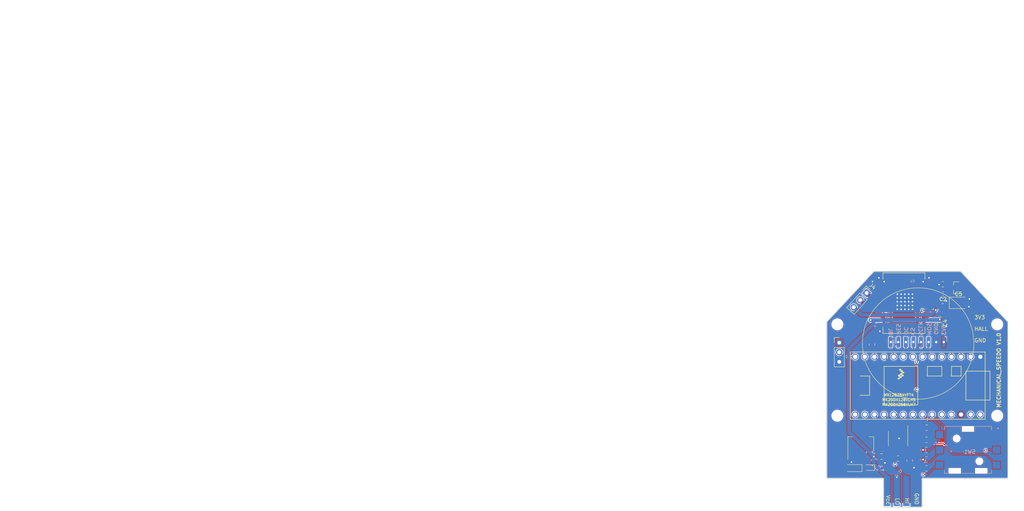
<source format=kicad_pcb>
(kicad_pcb (version 20221018) (generator pcbnew)
  (layers (0 "F.Cu" signal) (31 "B.Cu" signal) (34 "B.Paste" user) (35 "F.Paste" user) (36 "B.SilkS" user "B.Silkscreen") (37 "F.SilkS" user "F.Silkscreen") (38 "B.Mask" user) (39 "F.Mask" user) (44 "Edge.Cuts" user))
  (net 0 "")
  (net 1 "GND")
  (net 2 "CAN_TX")
  (net 3 "CAN_RX")
  (net 4 "B1")
  (net 5 "B3")
  (net 6 "B4")
  (net 7 "B5")
  (net 8 "CAN_LO")
  (net 9 "CAN_HI")
  (net 10 "B2")
  (net 11 "Net-(U2-Rs)")
  (net 13 "SCLK")
  (net 14 "MOSI")
  (net 15 "DC")
  (net 16 "RES")
  (net 17 "CS")
  (net 18 "BL")
  (net 19 "VBOOT")
  (net 20 "VCP")
  (net 21 "Net-(C2-Pad1)")
  (net 22 "VREF")
  (net 23 "Vcc")
  (net 24 "+3.3V")
  (net 32 "M_IN2")
  (net 33 "M_IN1")
  (net 34 "M_IN3")
  (net 35 "Net-(D2-K)")
  (net 37 "HALL")
  (net 38 "Net-(J4-Pin_1)")
  (net 39 "Net-(J4-Pin_2)")
  (net 40 "Net-(J4-Pin_3)")
  (footprint "Resistor_SMD:R_0805_2012Metric" (layer "F.Cu") (at 151.892 77.724 -90)
    (fp_text reference "R9" hide)
    (fp_text value "10k" hide)
    (pad "1" smd roundrect (at -0.9125 0 270) (size 1.025 1.4) (layers "F.Cu" "F.Paste" "F.Mask") (roundrect_rratio 0.243902) (net 24 "+3.3V"))
    (pad "2" smd roundrect (at 0.9125 0 270) (size 1.025 1.4) (layers "F.Cu" "F.Paste" "F.Mask") (roundrect_rratio 0.243902) (net 17 "CS"))
  )
  (footprint "MountingHole:MountingHole_2.7mm_M2.5" (layer "F.Cu") (at 142.748 96.52)
    (fp_text reference "REF**" hide)
    (fp_text value "MountingHole_2.7mm_M2.5" hide)
    (pad "" np_thru_hole circle (at 0 0) (size 2.7 2.7) (drill 2.7) (layers "F&B.Cu" "*.Mask"))
  )
  (footprint "Capacitor_Tantalum_SMD:CP_EIA-3216-18_Kemet-A" (layer "F.Cu") (at 146.953321 110.346757 180)
    (fp_text reference "C7" hide)
    (fp_text value "C_Polarized_Small_US" hide)
    (pad "1" smd roundrect (at -1.35 0 180) (size 1.4 1.35) (layers "F.Cu" "F.Paste" "F.Mask") (roundrect_rratio 0.185185) (net 24 "+3.3V"))
    (pad "2" smd roundrect (at 1.35 0 180) (size 1.4 1.35) (layers "F.Cu" "F.Paste" "F.Mask") (roundrect_rratio 0.185185) (net 1 "GND"))
  )
  (footprint "MountingHole:MountingHole_2.7mm_M2.5" (layer "F.Cu") (at 184.912 96.52)
    (fp_text reference "REF**" hide)
    (fp_text value "MountingHole_2.7mm_M2.5" hide)
    (pad "" np_thru_hole circle (at 0 0) (size 2.7 2.7) (drill 2.7) (layers "F&B.Cu" "*.Mask"))
  )
  (footprint "Capacitor_SMD:C_0805_2012Metric" (layer "F.Cu") (at 170.56 66.220007)
    (fp_text reference "C3" hide)
    (fp_text value "1uF" hide)
    (pad "1" smd roundrect (at -0.9375 0) (size 0.975 1.4) (layers "F.Cu" "F.Paste" "F.Mask") (net 22 "VREF"))
    (pad "2" smd roundrect (at 0.9375 0) (size 0.975 1.4) (layers "F.Cu" "F.Paste" "F.Mask") (net 1 "GND"))
  )
  (footprint "L6234PD:L6234PD" (layer "F.Cu") (at 160.3158 66.789607)
    (fp_text reference "U3" (at 2.2442 -5.829607) (layer "F.SilkS") (effects (font (size 0.640838 0.640838) (thickness 0.05))))
    (fp_text value "L6234PD" hide)
    (pad "1" smd rect (at -6.61 -5.715) (size 1.99 0.63) (layers "F.Cu" "F.Paste" "F.Mask") (net 1 "GND"))
    (pad "2" smd rect (at -6.61 -4.445) (size 1.99 0.63) (layers "F.Cu" "F.Paste" "F.Mask") (net 1 "GND"))
    (pad "3" smd rect (at -6.61 -3.175) (size 1.99 0.63) (layers "F.Cu" "F.Paste" "F.Mask") (net 24 "+3.3V"))
    (pad "4" smd rect (at -6.61 -1.905) (size 1.99 0.63) (layers "F.Cu" "F.Paste" "F.Mask") (net 32 "M_IN2"))
    (pad "5" smd rect (at -6.61 -0.635) (size 1.99 0.63) (layers "F.Cu" "F.Paste" "F.Mask") (net 38 "Net-(J4-Pin_1)"))
    (pad "6" smd rect (at -6.61 0.635) (size 1.99 0.63) (layers "F.Cu" "F.Paste" "F.Mask") (net 39 "Net-(J4-Pin_2)"))
    (pad "7" smd rect (at -6.61 1.905) (size 1.99 0.63) (layers "F.Cu" "F.Paste" "F.Mask") (net 33 "M_IN1"))
    (pad "8" smd rect (at -6.61 3.175) (size 1.99 0.63) (layers "F.Cu" "F.Paste" "F.Mask") (net 24 "+3.3V"))
    (pad "9" smd rect (at -6.61 4.445) (size 1.99 0.63) (layers "F.Cu" "F.Paste" "F.Mask") (net 23 "Vcc"))
    (pad "10" smd rect (at -6.61 5.715) (size 1.99 0.63) (layers "F.Cu" "F.Paste" "F.Mask") (net 1 "GND"))
    (pad "11" smd rect (at 6.61 5.715 180) (size 1.99 0.63) (layers "F.Cu" "F.Paste" "F.Mask") (net 1 "GND"))
    (pad "12" smd rect (at 6.61 4.445 180) (size 1.99 0.63) (layers "F.Cu" "F.Paste" "F.Mask") (net 23 "Vcc"))
    (pad "13" smd rect (at 6.61 3.175 180) (size 1.99 0.63) (layers "F.Cu" "F.Paste" "F.Mask") (net 24 "+3.3V"))
    (pad "14" smd rect (at 6.61 1.905 180) (size 1.99 0.63) (layers "F.Cu" "F.Paste" "F.Mask") (net 34 "M_IN3"))
    (pad "15" smd rect (at 6.61 0.635 180) (size 1.99 0.63) (layers "F.Cu" "F.Paste" "F.Mask") (net 40 "Net-(J4-Pin_3)"))
    (pad "16" smd rect (at 6.61 -0.635 180) (size 1.99 0.63) (layers "F.Cu" "F.Paste" "F.Mask") (net 22 "VREF"))
    (pad "17" smd rect (at 6.61 -1.905 180) (size 1.99 0.63) (layers "F.Cu" "F.Paste" "F.Mask") (net 20 "VCP"))
    (pad "18" smd rect (at 6.61 -3.175 180) (size 1.99 0.63) (layers "F.Cu" "F.Paste" "F.Mask") (net 19 "VBOOT"))
    (pad "19" smd rect (at 6.61 -4.445 180) (size 1.99 0.63) (layers "F.Cu" "F.Paste" "F.Mask") (net 1 "GND"))
    (pad "20" smd rect (at 6.61 -5.715 180) (size 1.99 0.63) (layers "F.Cu" "F.Paste" "F.Mask") (net 1 "GND"))
    (pad "21" smd rect (at 0 0 180) (size 6 9.6) (layers "F.Cu" "F.Paste" "F.Mask") (net 1 "GND"))
  )
  (footprint "Package_SO:SOIC-8_3.9x4.9mm_P1.27mm" (layer "F.Cu") (at 158.771121 102.567857 -90)
    (fp_text reference "U2" hide)
    (fp_text value "TJA1050T/CM,118" hide)
    (pad "1" smd roundrect (at -2.475 -1.905 270) (size 1.95 0.6) (layers "F.Cu" "F.Paste" "F.Mask") (net 2 "CAN_TX"))
    (pad "2" smd roundrect (at -2.475 -0.635 270) (size 1.95 0.6) (layers "F.Cu" "F.Paste" "F.Mask") (net 1 "GND"))
    (pad "3" smd roundrect (at -2.475 0.635 270) (size 1.95 0.6) (layers "F.Cu" "F.Paste" "F.Mask") (net 24 "+3.3V"))
    (pad "4" smd roundrect (at -2.475 1.905 270) (size 1.95 0.6) (layers "F.Cu" "F.Paste" "F.Mask") (net 3 "CAN_RX"))
    (pad "5" smd roundrect (at 2.475 1.905 270) (size 1.95 0.6) (layers "F.Cu" "F.Paste" "F.Mask"))
    (pad "6" smd roundrect (at 2.475 0.635 270) (size 1.95 0.6) (layers "F.Cu" "F.Paste" "F.Mask") (net 8 "CAN_LO"))
    (pad "7" smd roundrect (at 2.475 -0.635 270) (size 1.95 0.6) (layers "F.Cu" "F.Paste" "F.Mask") (net 9 "CAN_HI"))
    (pad "8" smd roundrect (at 2.475 -1.905 270) (size 1.95 0.6) (layers "F.Cu" "F.Paste" "F.Mask") (net 11 "Net-(U2-Rs)"))
  )
  (footprint "Package_TO_SOT_SMD:SOT-23" (layer "F.Cu") (at 174.16 62.720007 180)
    (fp_text reference "D1" hide)
    (fp_text value "BAT54S" hide)
    (pad "1" smd rect (at -1 -0.95 180) (size 0.9 0.8) (layers "F.Cu" "F.Paste" "F.Mask") (net 23 "Vcc"))
    (pad "2" smd rect (at -1 0.95 180) (size 0.9 0.8) (layers "F.Cu" "F.Paste" "F.Mask") (net 19 "VBOOT"))
    (pad "3" smd rect (at 1 0 180) (size 0.9 0.8) (layers "F.Cu" "F.Paste" "F.Mask") (net 21 "Net-(C2-Pad1)"))
  )
  (footprint "Capacitor_SMD:C_0805_2012Metric" (layer "F.Cu") (at 170.56 61.820007 180)
    (fp_text reference "C1" hide)
    (fp_text value ".22uF" hide)
    (pad "1" smd roundrect (at -0.9375 0 180) (size 0.975 1.4) (layers "F.Cu" "F.Paste" "F.Mask") (net 19 "VBOOT"))
    (pad "2" smd roundrect (at 0.9375 0 180) (size 0.975 1.4) (layers "F.Cu" "F.Paste" "F.Mask") (net 1 "GND"))
  )
  (footprint "Resistor_SMD:R_0603_1608Metric" (layer "F.Cu") (at 154.462321 110.346757 180)
    (fp_text reference "R8" hide)
    (fp_text value "20k" hide)
    (pad "1" smd roundrect (at -0.825 0 180) (size 0.8 0.95) (layers "F.Cu" "F.Paste" "F.Mask") (net 1 "GND"))
    (pad "2" smd roundrect (at 0.825 0 180) (size 0.8 0.95) (layers "F.Cu" "F.Paste" "F.Mask") (net 35 "Net-(D2-K)"))
  )
  (footprint "Capacitor_SMD:C_0805_2012Metric" (layer "F.Cu") (at 154.399321 107.298757)
    (fp_text reference "C6" hide)
    (fp_text value "10uF" hide)
    (pad "1" smd roundrect (at -0.95 0) (size 1 1.45) (layers "F.Cu" "F.Paste" "F.Mask") (net 23 "Vcc"))
    (pad "2" smd roundrect (at 0.95 0) (size 1 1.45) (layers "F.Cu" "F.Paste" "F.Mask") (net 1 "GND"))
  )
  (footprint "Resistor_SMD:R_0805_2012Metric" (layer "F.Cu") (at 166.266021 105.539307 180)
    (fp_text reference "R4" hide)
    (fp_text value "10k" hide)
    (pad "1" smd roundrect (at -0.9125 0 180) (size 1.025 1.4) (layers "F.Cu" "F.Paste" "F.Mask") (roundrect_rratio 0.243902439) (net 24 "+3.3V"))
    (pad "2" smd roundrect (at 0.9125 0 180) (size 1.025 1.4) (layers "F.Cu" "F.Paste" "F.Mask") (roundrect_rratio 0.243902439) (net 5 "B3"))
  )
  (footprint "Resistor_SMD:R_0805_2012Metric" (layer "F.Cu") (at 166.266021 102.872307 180)
    (fp_text reference "R6" hide)
    (fp_text value "10k" hide)
    (pad "1" smd roundrect (at -0.9125 0 180) (size 1.025 1.4) (layers "F.Cu" "F.Paste" "F.Mask") (roundrect_rratio 0.243902439) (net 24 "+3.3V"))
    (pad "2" smd roundrect (at 0.9125 0 180) (size 1.025 1.4) (layers "F.Cu" "F.Paste" "F.Mask") (roundrect_rratio 0.243902439) (net 4 "B1"))
  )
  (footprint "Connector_PinHeader_2.54mm:PinHeader_1x03_P2.54mm_Vertical" (layer "F.Cu") (at 150.467039 64.105738 -42)
    (fp_text reference "J4" (at 0 -2.33 138) (layer "F.SilkS"))
    (fp_text value "Conn_01x03")
    (pad "1" thru_hole rect (at 0 0 318) (size 1.7 1.7) (drill 1) (layers "*.Cu" "*.Mask") (net 38 "Net-(J4-Pin_1)"))
    (pad "2" thru_hole oval (at 0 2.54 318) (size 1.7 1.7) (drill 1) (layers "*.Cu" "*.Mask") (net 39 "Net-(J4-Pin_2)"))
    (pad "3" thru_hole oval (at 0 5.08 318) (size 1.7 1.7) (drill 1) (layers "*.Cu" "*.Mask") (net 40 "Net-(J4-Pin_3)"))
  )
  (footprint "Package_TO_SOT_SMD:SOT-223-3_TabPin2" (layer "F.Cu") (at 148.938321 103.996757 90)
    (fp_text reference "U6" hide)
    (fp_text value "LD1117S18TR_SOT223" hide)
    (pad "1" smd rect (at -3.15 -2.3 90) (size 2 1.5) (layers "F.Cu" "F.Paste" "F.Mask") (net 1 "GND"))
    (pad "2" smd rect (at -3.15 0 90) (size 2 1.5) (layers "F.Cu" "F.Paste" "F.Mask") (net 24 "+3.3V"))
    (pad "2" smd rect (at 3.15 0 90) (size 2 3.8) (layers "F.Cu" "F.Paste" "F.Mask") (net 24 "+3.3V"))
    (pad "3" smd rect (at -3.15 2.3 90) (size 2 1.5) (layers "F.Cu" "F.Paste" "F.Mask") (net 23 "Vcc"))
  )
  (footprint "teensy:Teensy32" (layer "F.Cu") (at 163.952721 88.572107 180)
    (fp_text reference "U1" hide)
    (fp_text value "Teensy4.0" hide)
    (fp_text user "MKL26Z64VFT4" (at 4.9784 -2.4638) (layer "F.SilkS") (effects (font (size 0.7 0.7))))
    (fp_text user "MK20DX128VLH5" (at 4.9784 -3.7338) (layer "F.SilkS") (effects (font (size 0.7 0.7))))
    (fp_text user "MK20DX256VLH7" (at 4.9784 -5.0038) (layer "F.SilkS") (effects (font (size 0.7 0.7))))
    (pad "1" thru_hole rect (at -16.51 7.62 180) (size 1.6 1.6) (drill 1.1) (layers "*.Cu" "*.Mask") (net 1 "GND"))
    (pad "2" thru_hole circle (at -13.97 7.62 180) (size 1.6 1.6) (drill 1.1) (layers "*.Cu" "*.Mask") (net 34 "M_IN3"))
    (pad "3" thru_hole circle (at -11.43 7.62 180) (size 1.6 1.6) (drill 1.1) (layers "*.Cu" "*.Mask") (net 32 "M_IN2"))
    (pad "4" thru_hole circle (at -8.89 7.62 180) (size 1.6 1.6) (drill 1.1) (layers "*.Cu" "*.Mask") (net 33 "M_IN1"))
    (pad "5" thru_hole circle (at -6.35 7.62 180) (size 1.6 1.6) (drill 1.1) (layers "*.Cu" "*.Mask"))
    (pad "6" thru_hole circle (at -3.81 7.62 180) (size 1.6 1.6) (drill 1.1) (layers "*.Cu" "*.Mask"))
    (pad "7" thru_hole circle (at -1.27 7.62 180) (size 1.6 1.6) (drill 1.1) (layers "*.Cu" "*.Mask") (net 18 "BL"))
    (pad "8" thru_hole circle (at 1.27 7.62 180) (size 1.6 1.6) (drill 1.1) (layers "*.Cu" "*.Mask"))
    (pad "9" thru_hole circle (at 3.81 7.62 180) (size 1.6 1.6) (drill 1.1) (layers "*.Cu" "*.Mask"))
    (pad "10" thru_hole circle (at 6.35 7.62 180) (size 1.6 1.6) (drill 1.1) (layers "*.Cu" "*.Mask") (net 16 "RES"))
    (pad "11" thru_hole circle (at 8.89 7.62 180) (size 1.6 1.6) (drill 1.1) (layers "*.Cu" "*.Mask") (net 15 "DC"))
    (pad "12" thru_hole circle (at 11.43 7.62 180) (size 1.6 1.6) (drill 1.1) (layers "*.Cu" "*.Mask") (net 17 "CS"))
    (pad "13" thru_hole circle (at 13.97 7.62 180) (size 1.6 1.6) (drill 1.1) (layers "*.Cu" "*.Mask") (net 14 "MOSI"))
    (pad "14" thru_hole circle (at 16.51 7.62 180) (size 1.6 1.6) (drill 1.1) (layers "*.Cu" "*.Mask") (net 37 "HALL"))
    (pad "20" thru_hole circle (at 16.51 -7.62 180) (size 1.6 1.6) (drill 1.1) (layers "*.Cu" "*.Mask") (net 13 "SCLK"))
    (pad "21" thru_hole circle (at 13.97 -7.62 180) (size 1.6 1.6) (drill 1.1) (layers "*.Cu" "*.Mask"))
    (pad "22" thru_hole circle (at 11.43 -7.62 180) (size 1.6 1.6) (drill 1.1) (layers "*.Cu" "*.Mask") (net 3 "CAN_RX"))
    (pad "23" thru_hole circle (at 8.89 -7.62 180) (size 1.6 1.6) (drill 1.1) (layers "*.Cu" "*.Mask") (net 2 "CAN_TX"))
    (pad "24" thru_hole circle (at 6.35 -7.62 180) (size 1.6 1.6) (drill 1.1) (layers "*.Cu" "*.Mask") (net 7 "B5"))
    (pad "25" thru_hole circle (at 3.81 -7.62 180) (size 1.6 1.6) (drill 1.1) (layers "*.Cu" "*.Mask") (net 6 "B4"))
    (pad "26" thru_hole circle (at 1.27 -7.62 180) (size 1.6 1.6) (drill 1.1) (layers "*.Cu" "*.Mask") (net 4 "B1"))
    (pad "27" thru_hole circle (at -1.27 -7.62 180) (size 1.6 1.6) (drill 1.1) (layers "*.Cu" "*.Mask") (net 5 "B3"))
    (pad "28" thru_hole circle (at -3.81 -7.62 180) (size 1.6 1.6) (drill 1.1) (layers "*.Cu" "*.Mask") (net 10 "B2"))
    (pad "29" thru_hole circle (at -6.35 -7.62 180) (size 1.6 1.6) (drill 1.1) (layers "*.Cu" "*.Mask"))
    (pad "30" thru_hole circle (at -8.89 -7.62 180) (size 1.6 1.6) (drill 1.1) (layers "*.Cu" "*.Mask"))
    (pad "31" thru_hole circle (at -11.43 -7.62 180) (size 1.6 1.6) (drill 1.1) (layers "*.Cu" "*.Mask") (net 24 "+3.3V"))
    (pad "32" thru_hole circle (at -13.97 -7.62 180) (size 1.6 1.6) (drill 1.1) (layers "*.Cu" "*.Mask"))
    (pad "33" thru_hole circle (at -16.51 -7.62 180) (size 1.6 1.6) (drill 1.1) (layers "*.Cu" "*.Mask"))
  )
  (footprint "8_hole:8_hole" (layer "F.Cu") (at 163.815321 77.115907 180)
    (fp_text reference "J1" hide)
    (fp_text value "Conn_01x08" hide)
    (pad "1" thru_hole roundrect (at -7 0.05 180) (size 1 2.9) (drill 0.6) (layers "*.Cu" "*.Mask") (net 24 "+3.3V"))
    (pad "2" thru_hole roundrect (at -5 0.05 180) (size 1 2.9) (drill 0.6) (layers "*.Cu" "*.Mask") (net 1 "GND"))
    (pad "3" thru_hole roundrect (at -3 0.05 180) (size 1 2.9) (drill 0.6) (layers "*.Cu" "*.Mask") (net 14 "MOSI"))
    (pad "4" thru_hole roundrect (at -1 0.05 180) (size 1 2.9) (drill 0.6) (layers "*.Cu" "*.Mask") (net 13 "SCLK"))
    (pad "5" thru_hole roundrect (at 1 0.05 180) (size 1 2.9) (drill 0.6) (layers "*.Cu" "*.Mask") (net 17 "CS"))
    (pad "6" thru_hole roundrect (at 3 0.05 180) (size 1 2.9) (drill 0.6) (layers "*.Cu" "*.Mask") (net 15 "DC"))
    (pad "7" thru_hole roundrect (at 5 0.05 180) (size 1 2.9) (drill 0.6) (layers "*.Cu" "*.Mask") (net 16 "RES"))
    (pad "8" thru_hole roundrect (at 7 0.05 180) (size 1 2.9) (drill 0.6) (layers "*.Cu" "*.Mask") (net 18 "BL"))
  )
  (footprint "Resistor_SMD:R_0805_2012Metric" (layer "F.Cu") (at 158.771121 107.839857)
    (fp_text reference "R7" hide)
    (fp_text value "120" hide)
    (pad "1" smd roundrect (at -0.9125 0) (size 1.025 1.4) (layers "F.Cu" "F.Paste" "F.Mask") (roundrect_rratio 0.243902439) (net 8 "CAN_LO"))
    (pad "2" smd roundrect (at 0.9125 0) (size 1.025 1.4) (layers "F.Cu" "F.Paste" "F.Mask") (roundrect_rratio 0.243902439) (net 9 "CAN_HI"))
  )
  (footprint "Capacitor_SMD:C_0603_1608Metric" (layer "F.Cu") (at 170.61 64.320007 180)
    (fp_text reference "C2" (at 0 -1.43 180) (layer "F.SilkS"))
    (fp_text value "10nF")
    (pad "1" smd roundrect (at -0.775 0 180) (size 0.9 0.95) (layers "F.Cu" "F.Paste" "F.Mask") (net 21 "Net-(C2-Pad1)"))
    (pad "2" smd roundrect (at 0.775 0 180) (size 0.9 0.95) (layers "F.Cu" "F.Paste" "F.Mask") (net 20 "VCP"))
  )
  (footprint "" (layer "F.Cu") (at 142.748 72.39)
    (fp_text reference "" (at 0 0) (layer "F.SilkS") (effects (font (size 1.27 1.27))))
    (fp_text value "" hide)
    (pad "" np_thru_hole circle (at 0 0) (size 2.7 2.7) (drill 2.7) (layers "F&B.Cu" "*.Mask"))
  )
  (footprint "Resistor_SMD:R_0805_2012Metric" (layer "F.Cu") (at 166.266021 110.429307 180)
    (fp_text reference "R1" hide)
    (fp_text value "10k" hide)
    (pad "1" smd roundrect (at -0.9125 0 180) (size 1.025 1.4) (layers "F.Cu" "F.Paste" "F.Mask") (roundrect_rratio 0.243902439) (net 24 "+3.3V"))
    (pad "2" smd roundrect (at 0.9125 0 180) (size 1.025 1.4) (layers "F.Cu" "F.Paste" "F.Mask") (roundrect_rratio 0.243902439) (net 7 "B5"))
  )
  (footprint "Resistor_SMD:R_0805_2012Metric" (layer "F.Cu") (at 166.289521 99.697307 180)
    (fp_text reference "R5" hide)
    (fp_text value "10k" hide)
    (pad "1" smd roundrect (at -0.9125 0 180) (size 1.025 1.4) (layers "F.Cu" "F.Paste" "F.Mask") (roundrect_rratio 0.243902439) (net 24 "+3.3V"))
    (pad "2" smd roundrect (at 0.9125 0 180) (size 1.025 1.4) (layers "F.Cu" "F.Paste" "F.Mask") (roundrect_rratio 0.243902439) (net 10 "B2"))
  )
  (footprint "Resistor_SMD:R_0805_2012Metric" (layer "F.Cu") (at 161.819121 108.347857 -90)
    (fp_text reference "R3" hide)
    (fp_text value "10k" hide)
    (pad "1" smd roundrect (at -0.9125 0 270) (size 1.025 1.4) (layers "F.Cu" "F.Paste" "F.Mask") (roundrect_rratio 0.243902439) (net 11 "Net-(U2-Rs)"))
    (pad "2" smd roundrect (at 0.9125 0 270) (size 1.025 1.4) (layers "F.Cu" "F.Paste" "F.Mask") (roundrect_rratio 0.243902439) (net 1 "GND"))
  )
  (footprint "Resistor_SMD:R_0805_2012Metric" (layer "F.Cu") (at 166.266021 108.079307 180)
    (fp_text reference "R2" hide)
    (fp_text value "10k" hide)
    (pad "1" smd roundrect (at -0.9125 0 180) (size 1.025 1.4) (layers "F.Cu" "F.Paste" "F.Mask") (roundrect_rratio 0.243902439) (net 24 "+3.3V"))
    (pad "2" smd roundrect (at 0.9125 0 180) (size 1.025 1.4) (layers "F.Cu" "F.Paste" "F.Mask") (roundrect_rratio 0.243902439) (net 6 "B4"))
  )
  (footprint "Connector_PinHeader_2.54mm:PinHeader_1x03_P2.54mm_Vertical" (layer "F.Cu") (at 143.256 77.216)
    (fp_text reference "J3" hide)
    (fp_text value "Conn_01x03")
    (pad "1" thru_hole rect (at 0 0) (size 1.7 1.7) (drill 1) (layers "*.Cu" "*.Mask") (net 24 "+3.3V"))
    (pad "2" thru_hole oval (at 0 2.54) (size 1.7 1.7) (drill 1) (layers "*.Cu" "*.Mask") (net 37 "HALL"))
    (pad "3" thru_hole oval (at 0 5.08) (size 1.7 1.7) (drill 1) (layers "*.Cu" "*.Mask") (net 1 "GND"))
  )
  (footprint "Capacitor_SMD:C_0603_1608Metric" (layer "F.Cu") (at 169.76 72.020007 -90)
    (fp_text reference "C4" (at 0 -1.43 -90) (layer "F.SilkS"))
    (fp_text value "100nF")
    (pad "1" smd roundrect (at -0.775 0 270) (size 0.9 0.95) (layers "F.Cu" "F.Paste" "F.Mask") (net 23 "Vcc"))
    (pad "2" smd roundrect (at 0.775 0 270) (size 0.9 0.95) (layers "F.Cu" "F.Paste" "F.Mask") (net 1 "GND"))
  )
  (footprint "Capacitor_Tantalum_SMD:CP_EIA-3528-21_Kemet-B" (layer "F.Cu") (at 174.71 66.720007)
    (fp_text reference "C5" (at 0 -2.35) (layer "F.SilkS"))
    (fp_text value "100uF")
    (pad "1" smd roundrect (at -1.5375 0) (size 1.325 2.35) (layers "F.Cu" "F.Paste" "F.Mask") (roundrect_rratio 0.188679) (net 23 "Vcc"))
    (pad "2" smd roundrect (at 1.5375 0) (size 1.325 2.35) (layers "F.Cu" "F.Paste" "F.Mask") (roundrect_rratio 0.188679) (net 1 "GND"))
  )
  (footprint "MountingHole:MountingHole_2.7mm_M2.5" (layer "F.Cu") (at 184.912 72.39)
    (fp_text reference "REF**" hide)
    (fp_text value "MountingHole_2.7mm_M2.5" hide)
    (pad "" np_thru_hole circle (at 0 0) (size 2.7 2.7) (drill 2.7) (layers "*.Cu" "*.Mask"))
  )
  (footprint "LED_SMD:LED_0603_1608Metric" (layer "F.Cu") (at 151.097321 110.219757 180)
    (fp_text reference "D2" hide)
    (fp_text value "LED BLU" hide)
    (pad "1" smd roundrect (at -0.7875 0 180) (size 0.875 0.95) (layers "F.Cu" "F.Paste" "F.Mask") (net 35 "Net-(D2-K)"))
    (pad "2" smd roundrect (at 0.7875 0 180) (size 0.875 0.95) (layers "F.Cu" "F.Paste" "F.Mask") (net 24 "+3.3V"))
  )
  (footprint "JS5208:SW_JS5208" (layer "B.Cu") (at 177.211521 105.539307 180)
    (fp_text reference "SW1" (at -0.47 -0.495) (layer "B.SilkS") (effects (justify mirror)))
    (fp_text value "JS5208" hide)
    (fp_line (start -5.1 -6.25) (end -5.1 -4.8) (stroke (width 0.01)) (layer "Edge.Cuts"))
    (fp_line (start -5.1 -4.8) (end -1.9 -4.8) (stroke (width 0.01)) (layer "Edge.Cuts"))
    (fp_line (start -1.9 -6.25) (end -5.1 -6.25) (stroke (width 0.01)) (layer "Edge.Cuts"))
    (fp_line (start -1.9 -4.8) (end -1.9 -6.25) (stroke (width 0.01)) (layer "Edge.Cuts"))
    (fp_line (start -1.6 4.8) (end -1.6 6.25) (stroke (width 0.01)) (layer "Edge.Cuts"))
    (fp_line (start -1.6 6.25) (end 1.6 6.25) (stroke (width 0.01)) (layer "Edge.Cuts"))
    (fp_line (start 1.6 4.8) (end -1.6 4.8) (stroke (width 0.01)) (layer "Edge.Cuts"))
    (fp_line (start 1.6 6.25) (end 1.6 4.8) (stroke (width 0.01)) (layer "Edge.Cuts"))
    (fp_line (start 1.9 -6.25) (end 5.1 -6.25) (stroke (width 0.01)) (layer "Edge.Cuts"))
    (fp_line (start 1.9 -4.8) (end 1.9 -6.25) (stroke (width 0.01)) (layer "Edge.Cuts"))
    (fp_line (start 5.1 -6.25) (end 5.1 -4.8) (stroke (width 0.01)) (layer "Edge.Cuts"))
    (fp_line (start 5.1 -4.8) (end 1.9 -4.8) (stroke (width 0.01)) (layer "Edge.Cuts"))
    (pad "" np_thru_hole circle (at -3 -3 180) (size 1.6 1.6) (drill 1.6) (layers "*.Cu" "*.Mask"))
    (pad "" np_thru_hole circle (at 3 3 180) (size 1.6 1.6) (drill 1.6) (layers "*.Cu" "*.Mask"))
    (pad "1" smd rect (at -7.5 4 180) (size 2 1.9) (layers "B.Cu" "B.Paste" "B.Mask") (net 1 "GND"))
    (pad "2" smd rect (at -7.5 0 180) (size 2 1.9) (layers "B.Cu" "B.Paste" "B.Mask") (net 4 "B1"))
    (pad "3" smd rect (at -7.5 -4 180) (size 2 1.9) (layers "B.Cu" "B.Paste" "B.Mask") (net 10 "B2"))
    (pad "4" smd rect (at 7.5 4 180) (size 2 1.9) (layers "B.Cu" "B.Paste" "B.Mask") (net 5 "B3"))
    (pad "5" smd rect (at 7.5 0 180) (size 2 1.9) (layers "B.Cu" "B.Paste" "B.Mask") (net 6 "B4"))
    (pad "6" smd rect (at 7.5 -4 180) (size 2 1.9) (layers "B.Cu" "B.Paste" "B.Mask") (net 7 "B5"))
  )
  (footprint "4_pin:my_4_tab_edge" (layer "B.Cu") (at 163.495521 116.348857 90)
    (fp_text reference "J2" hide)
    (fp_text value "Conn_01x04" hide)
    (pad "1" connect rect (at 0 0 90) (size 8 1.7) (layers "B.Cu" "B.Mask") (net 1 "GND"))
    (pad "2" connect rect (at 0 -2.54 90) (size 8 1.7) (layers "B.Cu" "B.Mask") (net 8 "CAN_LO"))
    (pad "3" connect rect (at 0 -5.08 90) (size 8 1.7) (layers "B.Cu" "B.Mask") (net 9 "CAN_HI"))
    (pad "4" connect rect (at 0 -7.62 90) (size 8 1.7) (layers "B.Cu" "B.Mask") (net 23 "Vcc"))
  )
  (gr_circle (center 164.054321 77.446907) (end 149.352 77.446907) (stroke (width 0.12)) (fill none) (layer "F.SilkS"))
  (gr_poly (pts (xy 187.706 71.755) (xy 175.26 58.42) (xy 152.4 58.42) (xy 139.954 71.755) (xy 139.954 113.03) (xy 154.94 113.03) (xy 154.94 120.65) (xy 165.1 120.65) (xy 165.1 113.03) (xy 187.706 113.03)) (stroke (width 0.2)) (fill none) (layer "Edge.Cuts"))
  (gr_text "RES" (at 158.242 75.184 -90) (layer "B.SilkS") (effects (font (size 1 1)) (justify left bottom mirror)))
  (gr_text "BL" (at 156.21 75.276105 -90) (layer "B.SilkS") (effects (font (size 1 1)) (justify left bottom mirror)))
  (gr_text "DC" (at 160.274 75.184 -90) (layer "B.SilkS") (effects (font (size 1 1)) (justify left bottom mirror)))
  (gr_text "GND" (at 168.148 75.184 -90) (layer "B.SilkS") (effects (font (size 1 1)) (justify left bottom mirror)))
  (gr_text "MOSI" (at 166.37 75.276105 -90) (layer "B.SilkS") (effects (font (size 1 1)) (justify left bottom mirror)))
  (gr_text "SCLK" (at 164.084 75.438 -90) (layer "B.SilkS") (effects (font (size 1 1)) (justify left bottom mirror)))
  (gr_text "3V3\n" (at 171.45 72.3392 90) (layer "B.SilkS") (effects (font (size 1 1)) (justify left bottom mirror)))
  (gr_text "CS" (at 162.0012 75.276105 -90) (layer "B.SilkS") (effects (font (size 1 1)) (justify left bottom mirror)))
  (gr_text "HI" (at 160.528 118.11 -90) (layer "F.SilkS") (effects (font (size 1 1)) (justify left bottom)))
  (gr_text "LO" (at 157.988 118.11 -90) (layer "F.SilkS") (effects (font (size 1 1)) (justify left bottom)))
  (gr_text "Vcc" (at 155.575 117.348 -90) (layer "F.SilkS") (effects (font (size 1 1)) (justify left bottom)))
  (gr_text "HALL" (at 178.816 74.168) (layer "F.SilkS") (effects (font (size 1 1)) (justify left bottom)))
  (gr_text "MECHANICAL_SPEEDO V1.0\n" (at 185.928 94.488 90) (layer "F.SilkS") (effects (font (size 1 1) (thickness 0.2)) (justify left bottom)))
  (gr_text "GND\n" (at 163.068 116.84 -90) (layer "F.SilkS") (effects (font (size 1 1)) (justify left bottom)))
  (gr_text "GND\n" (at 178.816 77.216) (layer "F.SilkS") (effects (font (size 1 1)) (justify left bottom)))
  (gr_text "3V3" (at 178.816 71.12) (layer "F.SilkS") (effects (font (size 1 1)) (justify left bottom)))
  (segment (start 167.262 72.487007) (end 169.2895 72.487007) (width 1) (layer "F.Cu") (net 1))
  (segment (start 166.9258 62.344607) (end 166.9258 61.074607) (width 1) (layer "F.Cu") (net 1))
  (segment (start 155.287321 110.346757) (end 155.287321 107.360757) (width 0.25) (layer "F.Cu") (net 1))
  (segment (start 146.482721 109.293357) (end 145.556321 110.219757) (width 0.25) (layer "F.Cu") (net 1))
  (segment (start 161.969621 109.260357) (end 162.962121 110.252857) (width 0.25) (layer "F.Cu") (net 1))
  (segment (start 159.406121 100.092857) (end 159.025121 100.473857) (width 0.25) (layer "F.Cu") (net 1))
  (segment (start 171.4645 72.957507) (end 171.484 72.938007) (width 1) (layer "F.Cu") (net 1))
  (segment (start 155.287321 107.360757) (end 155.349321 107.298757) (width 0.25) (layer "F.Cu") (net 1))
  (segment (start 161.819121 109.260357) (end 161.969621 109.260357) (width 0.25) (layer "F.Cu") (net 1))
  (segment (start 176.11 66.720007) (end 176.442 66.720007) (width 1) (layer "F.Cu") (net 1))
  (segment (start 153.7058 73.955807) (end 153.958 74.208007) (width 1) (layer "F.Cu") (net 1))
  (segment (start 169.579 61.863507) (end 169.6225 61.820007) (width 0.5) (layer "F.Cu") (net 1))
  (segment (start 155.0486 61.074607) (end 155.101 61.127007) (width 1) (layer "F.Cu") (net 1))
  (segment (start 176.559 66.720007) (end 177.58 65.699007) (width 1) (layer "F.Cu") (net 1))
  (segment (start 146.482721 108.764357) (end 146.528321 108.809957) (width 0.25) (layer "F.Cu") (net 1))
  (segment (start 166.9258 60.124807) (end 166.912 60.111007) (width 1) (layer "F.Cu") (net 1))
  (segment (start 146.482721 108.764357) (end 146.482721 109.293357) (width 0.25) (layer "F.Cu") (net 1))
  (segment (start 159.025121 100.473857) (end 159.025121 102.505857) (width 0.25) (layer "F.Cu") (net 1))
  (segment (start 158.56 64.420007) (end 158.56 62.427007) (width 1) (layer "F.Cu") (net 1))
  (segment (start 146.528321 107.265757) (end 146.528321 108.718757) (width 0.25) (layer "F.Cu") (net 1))
  (segment (start 176.442 66.720007) (end 177.453 67.731007) (width 1) (layer "F.Cu") (net 1))
  (segment (start 167.262 62.327007) (end 169.1155 62.327007) (width 0.5) (layer "F.Cu") (net 1))
  (segment (start 176.11 66.720007) (end 176.559 66.720007) (width 1) (layer "F.Cu") (net 1))
  (segment (start 169.5535 61.889007) (end 169.579 61.889007) (width 0.5) (layer "F.Cu") (net 1))
  (segment (start 153.7058 60.112807) (end 153.704 60.111007) (width 1) (layer "F.Cu") (net 1))
  (segment (start 165.4404 61.074607) (end 165.388 61.127007) (width 1) (layer "F.Cu") (net 1))
  (segment (start 169.579 61.889007) (end 169.579 61.863507) (width 0.5) (layer "F.Cu") (net 1))
  (segment (start 153.7058 61.074607) (end 155.0486 61.074607) (width 1) (layer "F.Cu") (net 1))
  (segment (start 158.56 62.427007) (end 157.514 61.381007) (width 1) (layer "F.Cu") (net 1))
  (segment (start 157.514 61.381007) (end 155.355 61.381007) (width 1) (layer "F.Cu") (net 1))
  (segment (start 153.7058 61.074607) (end 153.7058 60.112807) (width 1) (layer "F.Cu") (net 1))
  (segment (start 166.9258 61.074607) (end 165.4404 61.074607) (width 1) (layer "F.Cu") (net 1))
  (segment (start 169.2895 72.487007) (end 169.76 72.957507) (width 1) (layer "F.Cu") (net 1))
  (segment (start 153.7058 72.504607) (end 153.7058 73.955807) (width 1) (layer "F.Cu") (net 1))
  (segment (start 153.7058 62.344607) (end 153.7058 61.074607) (width 1) (layer "F.Cu") (net 1))
  (segment (start 146.528321 108.718757) (end 146.482721 108.764357) (width 0.25) (layer "F.Cu") (net 1))
  (segment (start 169.76 72.957507) (end 171.4645 72.957507) (width 1) (layer "F.Cu") (net 1))
  (segment (start 166.9258 61.074607) (end 166.9258 60.124807) (width 1) (layer "F.Cu") (net 1))
  (segment (start 155.355 61.381007) (end 155.101 61.127007) (width 1) (layer "F.Cu") (net 1))
  (segment (start 169.1155 62.327007) (end 169.5535 61.889007) (width 0.5) (layer "F.Cu") (net 1))
  (via (at 160.56 66.420007) (size 0.8) (drill 0.4) (layers "F.Cu" "B.Cu") (net 1))
  (via (at 159.56 66.420007) (size 0.8) (drill 0.4) (layers "F.Cu" "B.Cu") (net 1))
  (via (at 160.56 65.420007) (size 0.8) (drill 0.4) (layers "F.Cu" "B.Cu") (net 1))
  (via (at 159.025121 102.505857) (size 0.8) (drill 0.4) (layers "F.Cu" "B.Cu") (net 1))
  (via (at 158.56 66.420007) (size 0.8) (drill 0.4) (layers "F.Cu" "B.Cu") (net 1))
  (via (at 161.56 65.420007) (size 0.8) (drill 0.4) (layers "F.Cu" "B.Cu") (net 1))
  (via (at 155.2956 108.966) (size 0.8) (drill 0.4) (layers "F.Cu" "B.Cu") (net 1))
  (via (at 160.56 64.420007) (size 0.8) (drill 0.4) (layers "F.Cu" "B.Cu") (net 1))
  (via (at 146.482721 108.764357) (size 0.8) (drill 0.4) (layers "F.Cu" "B.Cu") (net 1))
  (via (at 169.579 61.889007) (size 0.8) (drill 0.4) (layers "F.Cu" "B.Cu") (net 1))
  (via (at 161.56 66.420007) (size 0.8) (drill 0.4) (layers "F.Cu" "B.Cu") (net 1))
  (via (at 162.56 65.420007) (size 0.8) (drill 0.4) (layers "F.Cu" "B.Cu") (net 1))
  (via (at 159.56 65.420007) (size 0.8) (drill 0.4) (layers "F.Cu" "B.Cu") (net 1))
  (via (at 160.56 67.420007) (size 0.8) (drill 0.4) (layers "F.Cu" "B.Cu") (net 1))
  (via (at 161.56 68.420007) (size 0.8) (drill 0.4) (layers "F.Cu" "B.Cu") (net 1))
  (via (at 159.56 67.420007) (size 0.8) (drill 0.4) (layers "F.Cu" "B.Cu") (net 1))
  (via (at 177.58 65.699007) (size 0.8) (drill 0.4) (layers "F.Cu" "B.Cu") (net 1))
  (via (at 158.56 65.420007) (size 0.8) (drill 0.4) (layers "F.Cu" "B.Cu") (net 1))
  (via (at 162.962121 110.252857) (size 0.8) (drill 0.4) (layers "F.Cu" "B.Cu") (net 1))
  (via (at 159.56 68.420007) (size 0.8) (drill 0.4) (layers "F.Cu" "B.Cu") (net 1))
  (via (at 161.56 64.420007) (size 0.8) (drill 0.4) (layers "F.Cu" "B.Cu") (net 1))
  (via (at 166.912 60.111007) (size 0.8) (drill 0.4) (layers "F.Cu" "B.Cu") (net 1))
  (via (at 162.56 64.420007) (size 0.8) (drill 0.4) (layers "F.Cu" "B.Cu") (net 1))
  (via (at 161.56 67.420007) (size 0.8) (drill 0.4) (layers "F.Cu" "B.Cu") (net 1))
  (via (at 153.704 60.111007) (size 0.8) (drill 0.4) (layers "F.Cu" "B.Cu") (net 1))
  (via (at 165.388 61.127007) (size 0.8) (drill 0.4) (layers "F.Cu" "B.Cu") (net 1))
  (via (at 160.56 68.420007) (size 0.8) (drill 0.4) (layers "F.Cu" "B.Cu") (net 1))
  (via (at 155.101 61.127007) (size 0.8) (drill 0.4) (layers "F.Cu" "B.Cu") (net 1))
  (via (at 162.56 68.420007) (size 0.8) (drill 0.4) (layers "F.Cu" "B.Cu") (net 1))
  (via (at 171.484 66.207007) (size 0.8) (drill 0.4) (layers "F.Cu" "B.Cu") (net 1))
  (via (at 177.453 67.731007) (size 0.8) (drill 0.4) (layers "F.Cu" "B.Cu") (net 1))
  (via (at 159.56 64.420007) (size 0.8) (drill 0.4) (layers "F.Cu" "B.Cu") (net 1))
  (via (at 158.56 64.420007) (size 0.8) (drill 0.4) (layers "F.Cu" "B.Cu") (net 1))
  (via (at 162.56 66.420007) (size 0.8) (drill 0.4) (layers "F.Cu" "B.Cu") (net 1))
  (via (at 158.56 68.420007) (size 0.8) (drill 0.4) (layers "F.Cu" "B.Cu") (net 1))
  (via (at 153.958 74.208007) (size 0.8) (drill 0.4) (layers "F.Cu" "B.Cu") (net 1))
  (via (at 171.484 72.938007) (size 0.8) (drill 0.4) (layers "F.Cu" "B.Cu") (net 1))
  (via (at 158.56 67.420007) (size 0.8) (drill 0.4) (layers "F.Cu" "B.Cu") (net 1))
  (via (at 162.56 67.420007) (size 0.8) (drill 0.4) (layers "F.Cu" "B.Cu") (net 1))
  (segment (start 155.062721 96.192107) (end 157.703471 98.832857) (width 0.25) (layer "F.Cu") (net 2))
  (segment (start 160.038299 98.832857) (end 160.676121 99.470679) (width 0.25) (layer "F.Cu") (net 2))
  (segment (start 157.703471 98.832857) (end 160.038299 98.832857) (width 0.25) (layer "F.Cu") (net 2))
  (segment (start 152.522721 96.192107) (end 156.423471 100.092857) (width 0.25) (layer "F.Cu") (net 3))
  (segment (start 156.423471 100.092857) (end 156.866121 100.092857) (width 0.25) (layer "F.Cu") (net 3))
  (segment (start 181.864 105.664) (end 172.494693 105.664) (width 0.25) (layer "F.Cu") (net 4))
  (segment (start 172.494693 105.664) (end 170.688 103.857307) (width 0.25) (layer "F.Cu") (net 4))
  (segment (start 170.688 103.857307) (end 166.338521 103.857307) (width 0.25) (layer "F.Cu") (net 4))
  (segment (start 162.682721 96.192107) (end 162.682721 100.201507) (width 0.25) (layer "F.Cu") (net 4))
  (segment (start 166.338521 103.857307) (end 165.353521 102.872307) (width 0.25) (layer "F.Cu") (net 4))
  (segment (start 162.682721 100.201507) (end 165.353521 102.872307) (width 0.25) (layer "F.Cu") (net 4))
  (via (at 181.864 105.664) (size 0.8) (drill 0.4) (layers "F.Cu" "B.Cu") (net 4))
  (segment (start 184.711521 105.539307) (end 181.988693 105.539307) (width 0.25) (layer "B.Cu") (net 4))
  (segment (start 181.988693 105.539307) (end 181.864 105.664) (width 0.25) (layer "B.Cu") (net 4))
  (via (at 165.353521 105.539307) (size 0.8) (drill 0.4) (layers "F.Cu" "B.Cu") (net 5))
  (segment (start 168.148 97.745786) (end 166.7764 97.745786) (width 0.25) (layer "B.Cu") (net 5))
  (segment (start 167.178521 105.539307) (end 165.353521 105.539307) (width 0.25) (layer "B.Cu") (net 5))
  (segment (start 168.385021 104.332807) (end 166.924521 105.793307) (width 0.25) (layer "B.Cu") (net 5))
  (segment (start 166.7764 97.745786) (end 165.222721 96.192107) (width 0.25) (layer "B.Cu") (net 5))
  (segment (start 169.711521 99.309307) (end 168.148 97.745786) (width 0.25) (layer "B.Cu") (net 5))
  (segment (start 169.711521 101.539307) (end 169.711521 99.309307) (width 0.25) (layer "B.Cu") (net 5))
  (segment (start 169.711521 103.006307) (end 168.385021 104.332807) (width 0.25) (layer "B.Cu") (net 5))
  (segment (start 168.385021 104.332807) (end 167.178521 105.539307) (width 0.25) (layer "B.Cu") (net 5))
  (segment (start 169.711521 101.539307) (end 169.711521 103.006307) (width 0.25) (layer "B.Cu") (net 5))
  (segment (start 166.924521 105.793307) (end 166.797521 105.920307) (width 0.25) (layer "B.Cu") (net 5))
  (segment (start 162.263742 104.288472) (end 162.263742 99.4835) (width 0.25) (layer "F.Cu") (net 6))
  (segment (start 160.142721 97.362479) (end 160.142721 96.192107) (width 0.25) (layer "F.Cu") (net 6))
  (segment (start 165.353521 108.079307) (end 164.556021 107.281807) (width 0.25) (layer "F.Cu") (net 6))
  (segment (start 164.556021 107.281807) (end 164.556021 106.580751) (width 0.25) (layer "F.Cu") (net 6))
  (segment (start 164.556021 106.580751) (end 162.263742 104.288472) (width 0.25) (layer "F.Cu") (net 6))
  (segment (start 162.263742 99.4835) (end 160.142721 97.362479) (width 0.25) (layer "F.Cu") (net 6))
  (via (at 165.353521 108.079307) (size 0.8) (drill 0.4) (layers "F.Cu" "B.Cu") (net 6))
  (segment (start 167.178521 108.714307) (end 165.988521 108.714307) (width 0.25) (layer "B.Cu") (net 6))
  (segment (start 169.711521 105.539307) (end 169.711521 106.181307) (width 0.25) (layer "B.Cu") (net 6))
  (segment (start 169.711521 106.181307) (end 167.178521 108.714307) (width 0.25) (layer "B.Cu") (net 6))
  (segment (start 165.988521 108.714307) (end 165.353521 108.079307) (width 0.25) (layer "B.Cu") (net 6))
  (segment (start 161.796028 99.622581) (end 161.796028 104.400586) (width 0.25) (layer "F.Cu") (net 7))
  (segment (start 165.400521 110.476307) (end 165.353521 110.429307) (width 0.25) (layer "F.Cu") (net 7))
  (segment (start 163.828028 106.432586) (end 163.828028 108.903814) (width 0.25) (layer "F.Cu") (net 7))
  (segment (start 157.602721 96.192107) (end 158.365554 96.192107) (width 0.25) (layer "F.Cu") (net 7))
  (segment (start 163.828028 108.903814) (end 165.353521 110.429307) (width 0.25) (layer "F.Cu") (net 7))
  (segment (start 158.365554 96.192107) (end 161.796028 99.622581) (width 0.25) (layer "F.Cu") (net 7))
  (segment (start 165.400521 112.016307) (end 165.400521 110.476307) (width 0.25) (layer "F.Cu") (net 7))
  (segment (start 161.796028 104.400586) (end 163.828028 106.432586) (width 0.25) (layer "F.Cu") (net 7))
  (via (at 165.400521 112.016307) (size 0.8) (drill 0.4) (layers "F.Cu" "B.Cu") (net 7))
  (segment (start 166.543521 112.016307) (end 165.400521 112.016307) (width 0.25) (layer "B.Cu") (net 7))
  (segment (start 169.020521 109.539307) (end 168.194521 110.365307) (width 0.25) (layer "B.Cu") (net 7))
  (segment (start 169.711521 109.539307) (end 169.020521 109.539307) (width 0.25) (layer "B.Cu") (net 7))
  (segment (start 168.194521 110.365307) (end 166.543521 112.016307) (width 0.25) (layer "B.Cu") (net 7))
  (segment (start 157.858621 105.320357) (end 158.136121 105.042857) (width 0.25) (layer "F.Cu") (net 8))
  (segment (start 157.958321 107.939557) (end 157.858621 107.839857) (width 0.25) (layer "F.Cu") (net 8))
  (segment (start 157.958321 109.389257) (end 157.958321 107.939557) (width 0.25) (layer "F.Cu") (net 8))
  (segment (start 157.858621 107.839857) (end 157.858621 105.320357) (width 0.25) (layer "F.Cu") (net 8))
  (via (at 157.958321 109.389257) (size 0.8) (drill 0.4) (layers "F.Cu" "B.Cu") (net 8))
  (segment (start 160.955521 116.348857) (end 160.955521 112.767457) (width 0.25) (layer "B.Cu") (net 8))
  (segment (start 158.796521 110.608457) (end 157.958321 109.770257) (width 0.25) (layer "B.Cu") (net 8))
  (segment (start 160.955521 112.767457) (end 158.796521 110.608457) (width 0.25) (layer "B.Cu") (net 8))
  (segment (start 157.958321 109.770257) (end 157.958321 109.389257) (width 0.25) (layer "B.Cu") (net 8))
  (segment (start 159.683621 107.839857) (end 159.683621 105.320357) (width 0.25) (layer "F.Cu") (net 9))
  (segment (start 158.415521 112.081657) (end 159.683621 110.813557) (width 0.25) (layer "F.Cu") (net 9))
  (segment (start 158.415521 112.776) (end 158.415521 112.081657) (width 0.25) (layer "F.Cu") (net 9))
  (segment (start 159.683621 105.320357) (end 159.406121 105.042857) (width 0.25) (layer "F.Cu") (net 9))
  (segment (start 159.683621 110.813557) (end 159.683621 107.839857) (width 0.25) (layer "F.Cu") (net 9))
  (via (at 158.415521 112.776) (size 0.8) (drill 0.4) (layers "F.Cu" "B.Cu") (net 9))
  (segment (start 167.762721 96.192107) (end 167.358221 96.192107) (width 0.25) (layer "F.Cu") (net 10))
  (segment (start 165.377021 99.697307) (end 165.377021 98.577807) (width 0.25) (layer "F.Cu") (net 10))
  (segment (start 165.377021 98.577807) (end 167.762721 96.192107) (width 0.25) (layer "F.Cu") (net 10))
  (segment (start 171.167307 104.619307) (end 173.228 106.68) (width 0.25) (layer "B.Cu") (net 10))
  (segment (start 181.852214 106.68) (end 184.711521 109.539307) (width 0.25) (layer "B.Cu") (net 10))
  (segment (start 171.167307 99.596693) (end 171.167307 104.619307) (width 0.25) (layer "B.Cu") (net 10))
  (segment (start 173.228 106.68) (end 181.852214 106.68) (width 0.25) (layer "B.Cu") (net 10))
  (segment (start 167.762721 96.192107) (end 171.167307 99.596693) (width 0.25) (layer "B.Cu") (net 10))
  (segment (start 161.819121 107.435357) (end 161.819121 106.185857) (width 0.25) (layer "F.Cu") (net 11))
  (segment (start 161.819121 106.185857) (end 160.676121 105.042857) (width 0.25) (layer "F.Cu") (net 11))
  (segment (start 160.3248 93.0148) (end 163.6268 89.7128) (width 0.25) (layer "F.Cu") (net 13))
  (segment (start 163.6268 89.7128) (end 163.6268 89.5604) (width 0.25) (layer "F.Cu") (net 13))
  (segment (start 164.137721 81.789693) (end 164.137721 77.743507) (width 0.25) (layer "F.Cu") (net 13))
  (segment (start 147.442721 96.192107) (end 150.620028 93.0148) (width 0.25) (layer "F.Cu") (net 13))
  (segment (start 164.137721 77.743507) (end 164.815321 77.065907) (width 0.25) (layer "F.Cu") (net 13))
  (segment (start 150.620028 93.0148) (end 160.3248 93.0148) (width 0.25) (layer "F.Cu") (net 13))
  (segment (start 163.624828 82.302586) (end 164.137721 81.789693) (width 0.25) (layer "F.Cu") (net 13))
  (via (at 163.624828 82.302586) (size 0.8) (drill 0.4) (layers "F.Cu" "B.Cu") (net 13))
  (via (at 163.6268 89.5604) (size 0.8) (drill 0.4) (layers "F.Cu" "B.Cu") (net 13))
  (segment (start 163.6268 82.304558) (end 163.624828 82.302586) (width 0.25) (layer "B.Cu") (net 13))
  (segment (start 163.6268 89.5604) (end 163.6268 82.304558) (width 0.25) (layer "B.Cu") (net 13))
  (segment (start 164.992148 82.987586) (end 154.353028 82.987586) (width 0.25) (layer "F.Cu") (net 14))
  (segment (start 154.277628 82.912186) (end 151.159772 82.912186) (width 0.25) (layer "F.Cu") (net 14))
  (segment (start 166.815321 77.065907) (end 166.677721 77.203507) (width 0.25) (layer "F.Cu") (net 14))
  (segment (start 166.677721 81.302014) (end 164.992148 82.987586) (width 0.25) (layer "F.Cu") (net 14))
  (segment (start 149.982721 81.735135) (end 149.982721 80.952107) (width 0.25) (layer "F.Cu") (net 14))
  (segment (start 154.353028 82.987586) (end 154.277628 82.912186) (width 0.25) (layer "F.Cu") (net 14))
  (segment (start 151.159772 82.912186) (end 149.982721 81.735135) (width 0.25) (layer "F.Cu") (net 14))
  (segment (start 166.677721 77.203507) (end 166.677721 81.302014) (width 0.25) (layer "F.Cu") (net 14))
  (segment (start 156.147721 82.037107) (end 155.062721 80.952107) (width 0.25) (layer "F.Cu") (net 15))
  (segment (start 160.815321 77.065907) (end 160.815321 78.745085) (width 0.25) (layer "F.Cu") (net 15))
  (segment (start 158.149907 82.037107) (end 156.147721 82.037107) (width 0.25) (layer "F.Cu") (net 15))
  (segment (start 158.687721 81.499293) (end 158.149907 82.037107) (width 0.25) (layer "F.Cu") (net 15))
  (segment (start 158.687721 80.872685) (end 158.687721 81.499293) (width 0.25) (layer "F.Cu") (net 15))
  (segment (start 160.815321 78.745085) (end 158.687721 80.872685) (width 0.25) (layer "F.Cu") (net 15))
  (segment (start 157.602721 78.278507) (end 158.815321 77.065907) (width 0.25) (layer "F.Cu") (net 16))
  (segment (start 157.602721 80.952107) (end 157.602721 78.278507) (width 0.25) (layer "F.Cu") (net 16))
  (segment (start 152.522721 79.267221) (end 151.892 78.6365) (width 0.25) (layer "F.Cu") (net 17))
  (segment (start 161.440428 80.659978) (end 161.440428 81.591386) (width 0.25) (layer "F.Cu") (net 17))
  (segment (start 152.522721 80.952107) (end 154.017721 82.447107) (width 0.25) (layer "F.Cu") (net 17))
  (segment (start 162.815321 79.285085) (end 161.440428 80.659978) (width 0.25) (layer "F.Cu") (net 17))
  (segment (start 155.448 82.447107) (end 160.584707 82.447107) (width 0.25) (layer "F.Cu") (net 17))
  (segment (start 160.584707 82.447107) (end 161.440428 81.591386) (width 0.25) (layer "F.Cu") (net 17))
  (segment (start 162.815321 77.065907) (end 162.815321 79.285085) (width 0.25) (layer "F.Cu") (net 17))
  (segment (start 154.017721 82.447107) (end 155.448 82.447107) (width 0.25) (layer "F.Cu") (net 17))
  (segment (start 152.522721 80.952107) (end 152.522721 79.267221) (width 0.25) (layer "F.Cu") (net 17))
  (segment (start 165.600321 80.574507) (end 165.222721 80.952107) (width 0.25) (layer "F.Cu") (net 18))
  (segment (start 156.815321 76.859303) (end 158.343717 75.330907) (width 0.25) (layer "F.Cu") (net 18))
  (segment (start 165.600321 75.644303) (end 165.600321 80.574507) (width 0.25) (layer "F.Cu") (net 18))
  (segment (start 165.286925 75.330907) (end 165.600321 75.644303) (width 0.25) (layer "F.Cu") (net 18))
  (segment (start 158.343717 75.330907) (end 165.286925 75.330907) (width 0.25) (layer "F.Cu") (net 18))
  (segment (start 156.815321 77.065907) (end 156.815321 76.859303) (width 0.25) (layer "F.Cu") (net 18))
  (segment (start 175.16 61.720007) (end 174.36 60.920007) (width 0.5) (layer "F.Cu") (net 19))
  (segment (start 169.117999 63.092008) (end 170.225499 63.092008) (width 0.5) (layer "F.Cu") (net 19))
  (segment (start 174.36 60.920007) (end 172.3975 60.920007) (width 0.5) (layer "F.Cu") (net 19))
  (segment (start 175.16 61.770007) (end 175.16 61.720007) (width 0.5) (layer "F.Cu") (net 19))
  (segment (start 172.3975 60.920007) (end 171.4975 61.820007) (width 0.5) (layer "F.Cu") (net 19))
  (segment (start 171.4975 61.820007) (end 170.225499 63.092008) (width 0.5) (layer "F.Cu") (net 19))
  (segment (start 167.07 63.645007) (end 168.565 63.645007) (width 0.5) (layer "F.Cu") (net 19))
  (segment (start 168.565 63.645007) (end 169.117999 63.092008) (width 0.5) (layer "F.Cu") (net 19))
  (segment (start 169.1755 64.867007) (end 169.6225 64.420007) (width 0.25) (layer "F.Cu") (net 20))
  (segment (start 167.262 64.867007) (end 169.1755 64.867007) (width 0.25) (layer "F.Cu") (net 20))
  (segment (start 171.56 64.320007) (end 173.16 62.720007) (width 0.5) (layer "F.Cu") (net 21))
  (segment (start 171.5475 64.320007) (end 171.56 64.320007) (width 0.5) (layer "F.Cu") (net 21))
  (segment (start 169.5571 66.154607) (end 166.9258 66.154607) (width 0.25) (layer "F.Cu") (net 22))
  (segment (start 169.6225 66.220007) (end 169.5571 66.154607) (width 0.25) (layer "F.Cu") (net 22))
  (segment (start 167.262 71.217007) (end 169.6255 71.217007) (width 1) (layer "F.Cu") (net 23))
  (segment (start 175.16 63.670007) (end 174.02 64.810007) (width 0.5) (layer "F.Cu") (net 23))
  (segment (start 169.6255 71.217007) (end 169.76 71.082507) (width 1) (layer "F.Cu") (net 23))
  (segment (start 151.238321 107.146757) (end 153.297321 107.146757) (width 1) (layer "F.Cu") (net 23))
  (segment (start 171.0535 71.082507) (end 173.31 68.826007) (width 1) (layer "F.Cu") (net 23))
  (segment (start 173.643 64.810007) (end 173.643 66.387007) (width 0.5) (layer "F.Cu") (net 23))
  (segment (start 153.297321 107.146757) (end 153.449321 107.298757) (width 1) (layer "F.Cu") (net 23))
  (segment (start 153.85 71.265007) (end 151.505 71.265007) (width 1) (layer "F.Cu") (net 23))
  (segment (start 174.02 64.810007) (end 173.643 64.810007) (width 0.5) (layer "F.Cu") (net 23))
  (segment (start 173.31 68.826007) (end 173.31 66.720007) (width 1) (layer "F.Cu") (net 23))
  (segment (start 169.76 71.082507) (end 171.0535 71.082507) (width 1) (layer "F.Cu") (net 23))
  (segment (start 173.643 66.387007) (end 173.31 66.720007) (width 0.5) (layer "F.Cu") (net 23))
  (via (at 152.366321 107.298757) (size 0.8) (drill 0.4) (layers "F.Cu" "B.Cu") (net 23))
  (via (at 151.505 71.265007) (size 0.8) (drill 0.4) (layers "F.Cu" "B.Cu") (net 23))
  (via (at 169.76 71.082507) (size 0.8) (drill 0.4) (layers "F.Cu" "B.Cu") (net 23))
  (segment (start 152.366321 109.203757) (end 155.875521 112.712957) (width 1) (layer "B.Cu") (net 23))
  (segment (start 151.505 71.265007) (end 152.3431 71.265007) (width 1) (layer "B.Cu") (net 23))
  (segment (start 169.5775 71.265007) (end 169.76 71.082507) (width 1) (layer "B.Cu") (net 23))
  (segment (start 152.366321 109.203757) (end 152.366321 107.298757) (width 1) (layer "B.Cu") (net 23))
  (segment (start 145.796 78.867) (end 146.3675 78.2955) (width 1) (layer "B.Cu") (net 23))
  (segment (start 152.3431 71.265007) (end 169.5775 71.265007) (width 1) (layer "B.Cu") (net 23))
  (segment (start 152.366321 107.298757) (end 145.982721 100.915157) (width 1) (layer "B.Cu") (net 23))
  (segment (start 146.3675 78.2955) (end 152.3431 72.3199) (width 1) (layer "B.Cu") (net 23))
  (segment (start 152.3431 72.3199) (end 152.3431 71.265007) (width 1) (layer "B.Cu") (net 23))
  (segment (start 145.982721 100.915157) (end 145.873157 100.915157) (width 1) (layer "B.Cu") (net 23))
  (segment (start 145.796 97.536) (end 145.796 78.867) (width 1) (layer "B.Cu") (net 23))
  (segment (start 145.873157 100.915157) (end 145.873157 97.613157) (width 1) (layer "B.Cu") (net 23))
  (segment (start 155.875521 112.712957) (end 155.875521 116.348857) (width 1) (layer "B.Cu") (net 23))
  (segment (start 148.828321 109.781757) (end 148.296321 110.313757) (width 1) (layer "F.Cu") (net 24))
  (segment (start 150.182821 110.346757) (end 150.309821 110.219757) (width 0.25) (layer "F.Cu") (net 24))
  (segment (start 148.303321 110.346757) (end 150.182821 110.346757) (width 1) (layer "F.Cu") (net 24))
  (segment (start 148.828321 107.265757) (end 148.828321 109.781757) (width 1) (layer "F.Cu") (net 24))
  (segment (start 165.4048 74.361793) (end 165.4048 74.3204) (width 0.25) (layer "F.Cu") (net 32))
  (segment (start 175.382721 80.952107) (end 175.382721 80.0608) (width 0.25) (layer "F.Cu") (net 32))
  (segment (start 156.2984 72.644) (end 156.146 72.4916) (width 0.25) (layer "F.Cu") (net 32))
  (segment (start 174.773121 79.4512) (end 173.736 79.4512) (width 0.25) (layer "F.Cu") (net 32))
  (segment (start 170.947035 74.361793) (end 165.4048 74.361793) (width 0.25) (layer "F.Cu") (net 32))
  (segment (start 173.252721 78.967921) (end 173.252721 76.667479) (width 0.25) (layer "F.Cu") (net 32))
  (segment (start 163.7284 72.644) (end 156.2984 72.644) (width 0.25) (layer "F.Cu") (net 32))
  (segment (start 154.3858 64.884607) (end 153.7058 64.884607) (width 0.25) (layer "F.Cu") (net 32))
  (segment (start 156.146 72.4916) (end 156.146 66.644807) (width 0.25) (layer "F.Cu") (net 32))
  (segment (start 156.146 66.644807) (end 154.3858 64.884607) (width 0.25) (layer "F.Cu") (net 32))
  (segment (start 173.736 79.4512) (end 173.252721 78.967921) (width 0.25) (layer "F.Cu") (net 32))
  (segment (start 173.252721 76.667479) (end 170.947035 74.361793) (width 0.25) (layer "F.Cu") (net 32))
  (segment (start 175.382721 80.0608) (end 174.773121 79.4512) (width 0.25) (layer "F.Cu") (net 32))
  (segment (start 165.4048 74.3204) (end 163.7284 72.644) (width 0.25) (layer "F.Cu") (net 32))
  (segment (start 172.842721 80.952107) (end 172.842721 76.837307) (width 0.25) (layer "F.Cu") (net 33))
  (segment (start 155.736 70.044806) (end 155.596197 69.905003) (width 0.25) (layer "F.Cu") (net 33))
  (segment (start 153.7058 68.694607) (end 154.3858 68.694607) (width 0.25) (layer "F.Cu") (net 33))
  (segment (start 163.616286 73.153107) (end 163.616286 73.111714) (width 0.25) (layer "F.Cu") (net 33))
  (segment (start 163.616286 73.111714) (end 156.186286 73.111714) (width 0.25) (layer "F.Cu") (net 33))
  (segment (start 155.596197 69.905003) (end 155.736 70.044807) (width 0.25) (layer "F.Cu") (net 33))
  (segment (start 156.186286 73.111714) (end 155.735999 72.661427) (width 0.25) (layer "F.Cu") (net 33))
  (segment (start 165.370086 74.906907) (end 163.616286 73.153107) (width 0.25) (layer "F.Cu") (net 33))
  (segment (start 154.3858 68.694607) (end 155.596197 69.905003) (width 0.25) (layer "F.Cu") (net 33))
  (segment (start 155.735999 72.661427) (end 155.736 70.044806) (width 0.25) (layer "F.Cu") (net 33))
  (segment (start 170.912321 74.906907) (end 165.370086 74.906907) (width 0.25) (layer "F.Cu") (net 33))
  (segment (start 172.842721 76.837307) (end 170.912321 74.906907) (width 0.25) (layer "F.Cu") (net 33))
  (segment (start 167.262 68.677007) (end 165.203 68.677007) (width 0.25) (layer "F.Cu") (net 34))
  (segment (start 165.728901 73.916307) (end 165.413297 73.600703) (width 0.25) (layer "F.Cu") (net 34))
  (segment (start 165.413297 73.600703) (end 165.7289 73.916307) (width 0.25) (layer "F.Cu") (net 34))
  (segment (start 176.10827 78.9432) (end 173.9392 78.9432) (width 0.25) (layer "F.Cu") (net 34))
  (segment (start 164.626 72.813407) (end 165.413297 73.600703) (width 0.25) (layer "F.Cu") (net 34))
  (segment (start 173.9392 76.77413) (end 171.081377 73.916307) (width 0.25) (layer "F.Cu") (net 34))
  (segment (start 164.626 69.254007) (end 164.626 72.813407) (width 0.25) (layer "F.Cu") (net 34))
  (segment (start 177.922721 80.952107) (end 177.922721 80.757651) (width 0.25) (layer "F.Cu") (net 34))
  (segment (start 177.922721 80.757651) (end 176.10827 78.9432) (width 0.25) (layer "F.Cu") (net 34))
  (segment (start 165.203 68.677007) (end 164.626 69.254007) (width 0.25) (layer "F.Cu") (net 34))
  (segment (start 171.081377 73.916307) (end 165.728901 73.916307) (width 0.25) (layer "F.Cu") (net 34))
  (segment (start 173.9392 78.9432) (end 173.9392 76.77413) (width 0.25) (layer "F.Cu") (net 34))
  (via (at 165.203 68.677007) (size 0.8) (drill 0.4) (layers "F.Cu" "B.Cu") (net 34))
  (segment (start 151.884821 110.219757) (end 153.510321 110.219757) (width 0.25) (layer "F.Cu") (net 35))
  (segment (start 153.510321 110.219757) (end 153.637321 110.346757) (width 0.25) (layer "F.Cu") (net 35))
  (segment (start 144.452107 80.952107) (end 143.256 79.756) (width 0.25) (layer "F.Cu") (net 37))
  (segment (start 147.442721 80.952107) (end 144.452107 80.952107) (width 0.25) (layer "F.Cu") (net 37))
  (segment (start 152.515908 66.154607) (end 153.7058 66.154607) (width 1) (layer "F.Cu") (net 38))
  (segment (start 150.467039 64.105738) (end 152.515908 66.154607) (width 1) (layer "F.Cu") (net 38))
  (segment (start 150.237874 67.455007) (end 150.229128 67.455007) (width 1) (layer "F.Cu") (net 39))
  (segment (start 150.237874 67.455007) (end 148.834358 66.051491) (width 1) (layer "F.Cu") (net 39))
  (segment (start 150.229128 67.455007) (end 148.767447 65.993326) (width 1) (layer "F.Cu") (net 39))
  (segment (start 153.85 67.455007) (end 150.237874 67.455007) (width 1) (layer "F.Cu") (net 39))
  (segment (start 168.69 67.828807) (end 168.2858 67.424607) (width 1) (layer "F.Cu") (net 40))
  (segment (start 168.2858 67.424607) (end 166.9258 67.424607) (width 1) (layer "F.Cu") (net 40))
  (segment (start 168.69 68.620007) (end 168.69 67.828807) (width 1) (layer "F.Cu") (net 40))
  (via (at 168.69 68.620007) (size 0.8) (drill 0.4) (layers "F.Cu" "B.Cu") (net 40))
  (segment (start 148.568217 69.363783) (end 148.550725 69.363783) (width 1) (layer "B.Cu") (net 40))
  (segment (start 149.094441 69.890007) (end 148.568217 69.363783) (width 1) (layer "B.Cu") (net 40))
  (segment (start 168.69 68.620007) (end 167.42 69.890007) (width 1) (layer "B.Cu") (net 40))
  (segment (start 148.568217 69.363783) (end 147.201678 67.997244) (width 1) (layer "B.Cu") (net 40))
  (segment (start 148.550725 69.363783) (end 147.067856 67.880914) (width 1) (layer "B.Cu") (net 40))
  (segment (start 167.42 69.890007) (end 149.094441 69.890007) (width 1) (layer "B.Cu") (net 40))
  (zone (net 0) (net_name "") (layer "F.Cu") (connect_pads yes (clearance 0)) (min_thickness 0.254)
    (keepout (tracks allowed) (vias allowed) (pads allowed) (copperpour not_allowed) (footprints allowed))
    (fill (thermal_gap 0.508) (thermal_bridge_width 0.508))
    (polygon (pts (xy 175.631221 68.270007) (xy 178.531221 68.280162) (xy 178.531221 65.380162) (xy 175.631221 65.370007)))
  )
  (zone (net 0) (net_name "") (layer "F.Cu") (connect_pads (clearance 0)) (min_thickness 0.254)
    (keepout (tracks allowed) (vias allowed) (pads allowed) (copperpour not_allowed) (footprints allowed))
    (fill (thermal_gap 0.508) (thermal_bridge_width 0.508))
    (polygon (pts (xy 168.681221 73.720007) (xy 172.881221 73.720007) (xy 172.881221 71.920007) (xy 168.681221 71.920007)))
  )
  (zone (net 24) (net_name "+3.3V") (layer "F.Cu") (connect_pads yes (clearance 0.2)) (min_thickness 0.25) (fill yes (thermal_gap 0.5) (thermal_bridge_width 0.5))
    (polygon (pts (xy 136.245521 119.529921) (xy 191.998521 119.529921) (xy 191.998521 57.045921) (xy 136.245521 57.045921)))
  )
  (zone (net 1) (net_name "GND") (layer "B.Cu") (connect_pads yes (clearance 0.2)) (min_thickness 0.1) (fill yes (thermal_gap 0.5) (thermal_bridge_width 0.5))
    (polygon (pts (xy 137.414 121.666) (xy 187.96 121.412) (xy 188.214 57.912) (xy 137.668 58.166)))
  )
)
</source>
